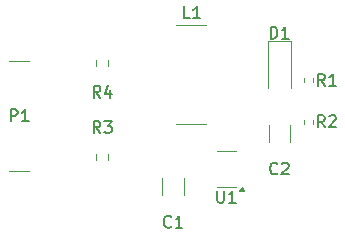
<source format=gbr>
%TF.GenerationSoftware,KiCad,Pcbnew,9.0.4*%
%TF.CreationDate,2025-10-07T00:36:13+05:30*%
%TF.ProjectId,Project5,50726f6a-6563-4743-952e-6b696361645f,rev?*%
%TF.SameCoordinates,Original*%
%TF.FileFunction,Legend,Top*%
%TF.FilePolarity,Positive*%
%FSLAX46Y46*%
G04 Gerber Fmt 4.6, Leading zero omitted, Abs format (unit mm)*
G04 Created by KiCad (PCBNEW 9.0.4) date 2025-10-07 00:36:13*
%MOMM*%
%LPD*%
G01*
G04 APERTURE LIST*
%ADD10C,0.150000*%
%ADD11C,0.120000*%
G04 APERTURE END LIST*
D10*
X123761905Y-88454819D02*
X123761905Y-87454819D01*
X123761905Y-87454819D02*
X124142857Y-87454819D01*
X124142857Y-87454819D02*
X124238095Y-87502438D01*
X124238095Y-87502438D02*
X124285714Y-87550057D01*
X124285714Y-87550057D02*
X124333333Y-87645295D01*
X124333333Y-87645295D02*
X124333333Y-87788152D01*
X124333333Y-87788152D02*
X124285714Y-87883390D01*
X124285714Y-87883390D02*
X124238095Y-87931009D01*
X124238095Y-87931009D02*
X124142857Y-87978628D01*
X124142857Y-87978628D02*
X123761905Y-87978628D01*
X125285714Y-88454819D02*
X124714286Y-88454819D01*
X125000000Y-88454819D02*
X125000000Y-87454819D01*
X125000000Y-87454819D02*
X124904762Y-87597676D01*
X124904762Y-87597676D02*
X124809524Y-87692914D01*
X124809524Y-87692914D02*
X124714286Y-87740533D01*
X138923333Y-79724819D02*
X138447143Y-79724819D01*
X138447143Y-79724819D02*
X138447143Y-78724819D01*
X139780476Y-79724819D02*
X139209048Y-79724819D01*
X139494762Y-79724819D02*
X139494762Y-78724819D01*
X139494762Y-78724819D02*
X139399524Y-78867676D01*
X139399524Y-78867676D02*
X139304286Y-78962914D01*
X139304286Y-78962914D02*
X139209048Y-79010533D01*
X141238095Y-94354819D02*
X141238095Y-95164342D01*
X141238095Y-95164342D02*
X141285714Y-95259580D01*
X141285714Y-95259580D02*
X141333333Y-95307200D01*
X141333333Y-95307200D02*
X141428571Y-95354819D01*
X141428571Y-95354819D02*
X141619047Y-95354819D01*
X141619047Y-95354819D02*
X141714285Y-95307200D01*
X141714285Y-95307200D02*
X141761904Y-95259580D01*
X141761904Y-95259580D02*
X141809523Y-95164342D01*
X141809523Y-95164342D02*
X141809523Y-94354819D01*
X142809523Y-95354819D02*
X142238095Y-95354819D01*
X142523809Y-95354819D02*
X142523809Y-94354819D01*
X142523809Y-94354819D02*
X142428571Y-94497676D01*
X142428571Y-94497676D02*
X142333333Y-94592914D01*
X142333333Y-94592914D02*
X142238095Y-94640533D01*
X131333333Y-86454819D02*
X131000000Y-85978628D01*
X130761905Y-86454819D02*
X130761905Y-85454819D01*
X130761905Y-85454819D02*
X131142857Y-85454819D01*
X131142857Y-85454819D02*
X131238095Y-85502438D01*
X131238095Y-85502438D02*
X131285714Y-85550057D01*
X131285714Y-85550057D02*
X131333333Y-85645295D01*
X131333333Y-85645295D02*
X131333333Y-85788152D01*
X131333333Y-85788152D02*
X131285714Y-85883390D01*
X131285714Y-85883390D02*
X131238095Y-85931009D01*
X131238095Y-85931009D02*
X131142857Y-85978628D01*
X131142857Y-85978628D02*
X130761905Y-85978628D01*
X132190476Y-85788152D02*
X132190476Y-86454819D01*
X131952381Y-85407200D02*
X131714286Y-86121485D01*
X131714286Y-86121485D02*
X132333333Y-86121485D01*
X131333333Y-89454819D02*
X131000000Y-88978628D01*
X130761905Y-89454819D02*
X130761905Y-88454819D01*
X130761905Y-88454819D02*
X131142857Y-88454819D01*
X131142857Y-88454819D02*
X131238095Y-88502438D01*
X131238095Y-88502438D02*
X131285714Y-88550057D01*
X131285714Y-88550057D02*
X131333333Y-88645295D01*
X131333333Y-88645295D02*
X131333333Y-88788152D01*
X131333333Y-88788152D02*
X131285714Y-88883390D01*
X131285714Y-88883390D02*
X131238095Y-88931009D01*
X131238095Y-88931009D02*
X131142857Y-88978628D01*
X131142857Y-88978628D02*
X130761905Y-88978628D01*
X131666667Y-88454819D02*
X132285714Y-88454819D01*
X132285714Y-88454819D02*
X131952381Y-88835771D01*
X131952381Y-88835771D02*
X132095238Y-88835771D01*
X132095238Y-88835771D02*
X132190476Y-88883390D01*
X132190476Y-88883390D02*
X132238095Y-88931009D01*
X132238095Y-88931009D02*
X132285714Y-89026247D01*
X132285714Y-89026247D02*
X132285714Y-89264342D01*
X132285714Y-89264342D02*
X132238095Y-89359580D01*
X132238095Y-89359580D02*
X132190476Y-89407200D01*
X132190476Y-89407200D02*
X132095238Y-89454819D01*
X132095238Y-89454819D02*
X131809524Y-89454819D01*
X131809524Y-89454819D02*
X131714286Y-89407200D01*
X131714286Y-89407200D02*
X131666667Y-89359580D01*
X150333333Y-88954819D02*
X150000000Y-88478628D01*
X149761905Y-88954819D02*
X149761905Y-87954819D01*
X149761905Y-87954819D02*
X150142857Y-87954819D01*
X150142857Y-87954819D02*
X150238095Y-88002438D01*
X150238095Y-88002438D02*
X150285714Y-88050057D01*
X150285714Y-88050057D02*
X150333333Y-88145295D01*
X150333333Y-88145295D02*
X150333333Y-88288152D01*
X150333333Y-88288152D02*
X150285714Y-88383390D01*
X150285714Y-88383390D02*
X150238095Y-88431009D01*
X150238095Y-88431009D02*
X150142857Y-88478628D01*
X150142857Y-88478628D02*
X149761905Y-88478628D01*
X150714286Y-88050057D02*
X150761905Y-88002438D01*
X150761905Y-88002438D02*
X150857143Y-87954819D01*
X150857143Y-87954819D02*
X151095238Y-87954819D01*
X151095238Y-87954819D02*
X151190476Y-88002438D01*
X151190476Y-88002438D02*
X151238095Y-88050057D01*
X151238095Y-88050057D02*
X151285714Y-88145295D01*
X151285714Y-88145295D02*
X151285714Y-88240533D01*
X151285714Y-88240533D02*
X151238095Y-88383390D01*
X151238095Y-88383390D02*
X150666667Y-88954819D01*
X150666667Y-88954819D02*
X151285714Y-88954819D01*
X150333333Y-85454819D02*
X150000000Y-84978628D01*
X149761905Y-85454819D02*
X149761905Y-84454819D01*
X149761905Y-84454819D02*
X150142857Y-84454819D01*
X150142857Y-84454819D02*
X150238095Y-84502438D01*
X150238095Y-84502438D02*
X150285714Y-84550057D01*
X150285714Y-84550057D02*
X150333333Y-84645295D01*
X150333333Y-84645295D02*
X150333333Y-84788152D01*
X150333333Y-84788152D02*
X150285714Y-84883390D01*
X150285714Y-84883390D02*
X150238095Y-84931009D01*
X150238095Y-84931009D02*
X150142857Y-84978628D01*
X150142857Y-84978628D02*
X149761905Y-84978628D01*
X151285714Y-85454819D02*
X150714286Y-85454819D01*
X151000000Y-85454819D02*
X151000000Y-84454819D01*
X151000000Y-84454819D02*
X150904762Y-84597676D01*
X150904762Y-84597676D02*
X150809524Y-84692914D01*
X150809524Y-84692914D02*
X150714286Y-84740533D01*
X145761905Y-81454819D02*
X145761905Y-80454819D01*
X145761905Y-80454819D02*
X146000000Y-80454819D01*
X146000000Y-80454819D02*
X146142857Y-80502438D01*
X146142857Y-80502438D02*
X146238095Y-80597676D01*
X146238095Y-80597676D02*
X146285714Y-80692914D01*
X146285714Y-80692914D02*
X146333333Y-80883390D01*
X146333333Y-80883390D02*
X146333333Y-81026247D01*
X146333333Y-81026247D02*
X146285714Y-81216723D01*
X146285714Y-81216723D02*
X146238095Y-81311961D01*
X146238095Y-81311961D02*
X146142857Y-81407200D01*
X146142857Y-81407200D02*
X146000000Y-81454819D01*
X146000000Y-81454819D02*
X145761905Y-81454819D01*
X147285714Y-81454819D02*
X146714286Y-81454819D01*
X147000000Y-81454819D02*
X147000000Y-80454819D01*
X147000000Y-80454819D02*
X146904762Y-80597676D01*
X146904762Y-80597676D02*
X146809524Y-80692914D01*
X146809524Y-80692914D02*
X146714286Y-80740533D01*
X146333333Y-92859580D02*
X146285714Y-92907200D01*
X146285714Y-92907200D02*
X146142857Y-92954819D01*
X146142857Y-92954819D02*
X146047619Y-92954819D01*
X146047619Y-92954819D02*
X145904762Y-92907200D01*
X145904762Y-92907200D02*
X145809524Y-92811961D01*
X145809524Y-92811961D02*
X145761905Y-92716723D01*
X145761905Y-92716723D02*
X145714286Y-92526247D01*
X145714286Y-92526247D02*
X145714286Y-92383390D01*
X145714286Y-92383390D02*
X145761905Y-92192914D01*
X145761905Y-92192914D02*
X145809524Y-92097676D01*
X145809524Y-92097676D02*
X145904762Y-92002438D01*
X145904762Y-92002438D02*
X146047619Y-91954819D01*
X146047619Y-91954819D02*
X146142857Y-91954819D01*
X146142857Y-91954819D02*
X146285714Y-92002438D01*
X146285714Y-92002438D02*
X146333333Y-92050057D01*
X146714286Y-92050057D02*
X146761905Y-92002438D01*
X146761905Y-92002438D02*
X146857143Y-91954819D01*
X146857143Y-91954819D02*
X147095238Y-91954819D01*
X147095238Y-91954819D02*
X147190476Y-92002438D01*
X147190476Y-92002438D02*
X147238095Y-92050057D01*
X147238095Y-92050057D02*
X147285714Y-92145295D01*
X147285714Y-92145295D02*
X147285714Y-92240533D01*
X147285714Y-92240533D02*
X147238095Y-92383390D01*
X147238095Y-92383390D02*
X146666667Y-92954819D01*
X146666667Y-92954819D02*
X147285714Y-92954819D01*
X137333333Y-97359580D02*
X137285714Y-97407200D01*
X137285714Y-97407200D02*
X137142857Y-97454819D01*
X137142857Y-97454819D02*
X137047619Y-97454819D01*
X137047619Y-97454819D02*
X136904762Y-97407200D01*
X136904762Y-97407200D02*
X136809524Y-97311961D01*
X136809524Y-97311961D02*
X136761905Y-97216723D01*
X136761905Y-97216723D02*
X136714286Y-97026247D01*
X136714286Y-97026247D02*
X136714286Y-96883390D01*
X136714286Y-96883390D02*
X136761905Y-96692914D01*
X136761905Y-96692914D02*
X136809524Y-96597676D01*
X136809524Y-96597676D02*
X136904762Y-96502438D01*
X136904762Y-96502438D02*
X137047619Y-96454819D01*
X137047619Y-96454819D02*
X137142857Y-96454819D01*
X137142857Y-96454819D02*
X137285714Y-96502438D01*
X137285714Y-96502438D02*
X137333333Y-96550057D01*
X138285714Y-97454819D02*
X137714286Y-97454819D01*
X138000000Y-97454819D02*
X138000000Y-96454819D01*
X138000000Y-96454819D02*
X137904762Y-96597676D01*
X137904762Y-96597676D02*
X137809524Y-96692914D01*
X137809524Y-96692914D02*
X137714286Y-96740533D01*
D11*
%TO.C,P1*%
X123600000Y-92670000D02*
X125300000Y-92670000D01*
X123600000Y-83330000D02*
X125300000Y-83330000D01*
%TO.C,L1*%
X140250000Y-80300000D02*
X137750000Y-80300000D01*
X137750000Y-88700000D02*
X140250000Y-88700000D01*
%TO.C,U1*%
X143540000Y-94340000D02*
X143060000Y-94340000D01*
X143300000Y-94010000D01*
X143540000Y-94340000D01*
G36*
X143540000Y-94340000D02*
G01*
X143060000Y-94340000D01*
X143300000Y-94010000D01*
X143540000Y-94340000D01*
G37*
X142000000Y-90940000D02*
X141200000Y-90940000D01*
X142000000Y-90940000D02*
X142800000Y-90940000D01*
X142000000Y-94060000D02*
X141200000Y-94060000D01*
X142000000Y-94060000D02*
X142800000Y-94060000D01*
%TO.C,R4*%
X132022500Y-83262742D02*
X132022500Y-83737258D01*
X130977500Y-83262742D02*
X130977500Y-83737258D01*
%TO.C,R3*%
X132022500Y-91262742D02*
X132022500Y-91737258D01*
X130977500Y-91262742D02*
X130977500Y-91737258D01*
%TO.C,R2*%
X148620000Y-88667621D02*
X148620000Y-88332379D01*
X149380000Y-88667621D02*
X149380000Y-88332379D01*
%TO.C,R1*%
X148620000Y-85167621D02*
X148620000Y-84832379D01*
X149380000Y-85167621D02*
X149380000Y-84832379D01*
%TO.C,D1*%
X147500000Y-81640000D02*
X145500000Y-81640000D01*
X147500000Y-81640000D02*
X147500000Y-85650000D01*
X145500000Y-81640000D02*
X145500000Y-85650000D01*
%TO.C,C2*%
X147410000Y-88788748D02*
X147410000Y-90211252D01*
X145590000Y-88788748D02*
X145590000Y-90211252D01*
%TO.C,C1*%
X138410000Y-93288748D02*
X138410000Y-94711252D01*
X136590000Y-93288748D02*
X136590000Y-94711252D01*
%TD*%
M02*

</source>
